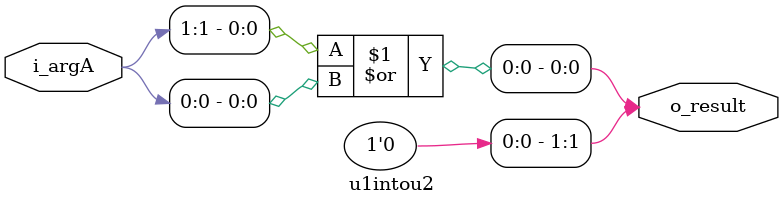
<source format=sv>
/* Generated by Yosys 0.10.0 (git sha1 UNKNOWN, clang 12.0.0 -fPIC -Os) */

module crc4_check(i_data, i_poly, o_crc);
  wire [7:0] crc_tmp;
  wire [31:0] i;
  input [3:0] i_data;
  input [1:0] i_poly;
  output [3:0] o_crc;
  wire [7:0] poly_tmp;
  wire [3:0] s_crc;
  wire [4:0] s_poly;
  assign crc_tmp = { i_data, 2'hx, i_poly };
  assign i = 32'd4294967295;
  assign o_crc = { 2'hx, i_poly };
  assign poly_tmp = 8'h0x;
  assign s_crc = { 2'hx, i_poly };
  assign s_poly = 5'hxx;
endmodule

module crc_4(i_data, i_poly, i_crc, o_crc);
  wire _0_;
  wire _1_;
  wire _2_;
  wire _3_;
  wire [7:0] crc_tmp;
  wire [31:0] i;
  input [1:0] i_crc;
  input [4:0] i_data;
  input [3:0] i_poly;
  output [1:0] o_crc;
  wire [2:0] poly_tmp;
  assign _0_ = i_poly[0] ^ i_crc[0];
  assign o_crc[0] = i_data[0] ? _0_ : i_crc[0];
  assign _1_ = i_poly[0] ^ i_crc[1];
  assign _2_ = i_data[1] ? _1_ : i_crc[1];
  assign _3_ = _2_ ^ i_poly[1];
  assign o_crc[1] = i_data[0] ? _3_ : _2_;
  assign crc_tmp = { 6'hxx, o_crc };
  assign i = 32'd4294967295;
  assign poly_tmp = i_poly[3:1];
endmodule

module u1intou2(i_argA, o_result);
  input [1:0] i_argA;
  output [1:0] o_result;
  assign o_result[0] = i_argA[1] | i_argA[0];
  assign o_result[1] = 1'h0;
endmodule

</source>
